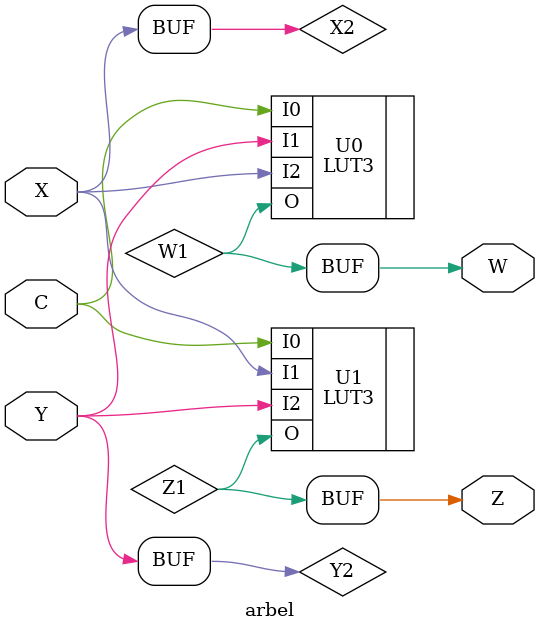
<source format=v>
`timescale 1ns / 1ps


(* keep_hierarchy = "yes" *)
(* DONT_TOUCH = "true" *)  
module arbel(
    input X,
    input Y,
    input C,
    output W,
    output Z
    );
    
    (* DONT_TOUCH = "true" *) wire X2, Y2;
    
    assign X2 = X;
    assign Y2 = Y;
    
    (* DONT_TOUCH = "true" *) wire W1, W2;
    (* DONT_TOUCH = "true" *) wire Z1, Z2;
    
//    (* DONT_TOUCH = "true" *) mux2x1 M1(X, Y, C, W1);
//    (* DONT_TOUCH = "true" *) mux2x1 M2(Y2, X2, C, Z1);
    
    // 0b11100100
//    defparam U0.INIT = 8'hE4;
    (* keep_hierarchy = "yes" *) LUT3 #(.INIT(8'hE4)) U0 (.I2(X), .I1(Y), .I0(C), .O(W1));
    
    
//    defparam U1.INIT = 8'hE4;
    (* keep_hierarchy = "yes" *) LUT3 #(.INIT(8'hE4)) U1 (.I2(Y2), .I1(X2), .I0(C), .O(Z1));
    
//    (* DONT_TOUCH = "true" *) not N1(W2, W1);
//    (* DONT_TOUCH = "true" *) not N2(W, W2);
//    (* DONT_TOUCH = "true" *) not N7(Z2, Z1);
//    (* DONT_TOUCH = "true" *) not N8(Z, Z2);
    
    assign Z = Z1;
    assign W = W1;
    
endmodule

</source>
